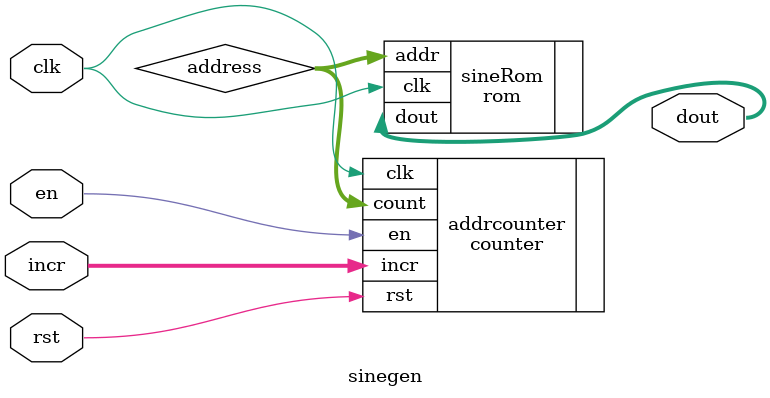
<source format=sv>
module sinegen #(
    parameter A_WIDTH =8,
    parameter D_WIDTH =8,
)(
    input logic clk,
    input logic rst,
    input logic en,
    input logic[D_WIDTH-1:0] incr,
    output logic[D_WIDTH-1:0] dout
);
    logic [A_WIDTH-1:0] address;
    counter addrcounter (
        .clk(clk),
        .rst(rst),
        .en(en),
        .incr(incr),
        .count(address)
    );

    rom sineRom(
        .clk(clk),
        .addr(address),
        .dout(dout)
    );

endmodule


</source>
